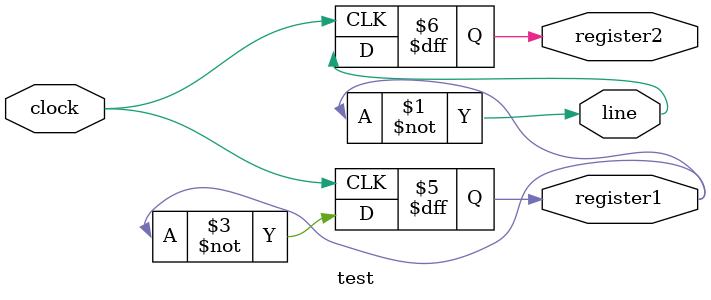
<source format=v>
module test(clock, line, register1, register2);
	input clock;
	output register1, register2, line;
	reg register1, register2;
	wire line = ~register1;
	initial
	begin
		register1 <= 0;
		register2 <= 0;
	end
	always @ (posedge clock)
	begin
		register1 <= ~register1;
		register2 <= line;
	end
endmodule 
</source>
